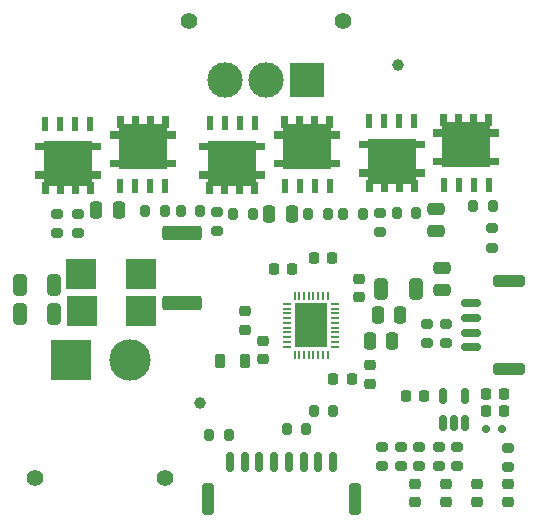
<source format=gbr>
%TF.GenerationSoftware,KiCad,Pcbnew,8.0.8+1*%
%TF.CreationDate,2025-02-02T01:37:15+00:00*%
%TF.ProjectId,TFESC02,54464553-4330-4322-9e6b-696361645f70,01A*%
%TF.SameCoordinates,Original*%
%TF.FileFunction,Soldermask,Top*%
%TF.FilePolarity,Negative*%
%FSLAX46Y46*%
G04 Gerber Fmt 4.6, Leading zero omitted, Abs format (unit mm)*
G04 Created by KiCad (PCBNEW 8.0.8+1) date 2025-02-02 01:37:15*
%MOMM*%
%LPD*%
G01*
G04 APERTURE LIST*
G04 Aperture macros list*
%AMRoundRect*
0 Rectangle with rounded corners*
0 $1 Rounding radius*
0 $2 $3 $4 $5 $6 $7 $8 $9 X,Y pos of 4 corners*
0 Add a 4 corners polygon primitive as box body*
4,1,4,$2,$3,$4,$5,$6,$7,$8,$9,$2,$3,0*
0 Add four circle primitives for the rounded corners*
1,1,$1+$1,$2,$3*
1,1,$1+$1,$4,$5*
1,1,$1+$1,$6,$7*
1,1,$1+$1,$8,$9*
0 Add four rect primitives between the rounded corners*
20,1,$1+$1,$2,$3,$4,$5,0*
20,1,$1+$1,$4,$5,$6,$7,0*
20,1,$1+$1,$6,$7,$8,$9,0*
20,1,$1+$1,$8,$9,$2,$3,0*%
%AMFreePoly0*
4,1,37,-1.390000,2.050000,0.435000,2.050000,0.435000,2.805000,1.035000,2.805000,1.035000,2.050000,1.215000,2.050000,1.215000,-2.050000,1.035000,-2.050000,1.035000,-2.805000,0.435000,-2.805000,0.435000,-2.050000,-1.390000,-2.050000,-1.390000,-2.805000,-1.990000,-2.805000,-1.990000,-2.050000,-2.285000,-2.050000,-2.285000,-2.210000,-3.305000,-2.210000,-3.305000,-1.600000,-2.595000,-1.600000,
-2.595000,-0.940000,-3.305000,-0.940000,-3.305000,-0.330000,-2.595000,-0.330000,-2.595000,0.330000,-3.305000,0.330000,-3.305000,0.940000,-2.595000,0.940000,-2.595000,1.600000,-3.305000,1.600000,-3.305000,2.210000,-2.285000,2.210000,-2.285000,2.050000,-1.990000,2.050000,-1.990000,2.805000,-1.390000,2.805000,-1.390000,2.050000,-1.390000,2.050000,$1*%
G04 Aperture macros list end*
%ADD10RoundRect,0.225000X0.250000X-0.225000X0.250000X0.225000X-0.250000X0.225000X-0.250000X-0.225000X0*%
%ADD11C,1.400000*%
%ADD12R,3.000000X3.000000*%
%ADD13C,3.000000*%
%ADD14RoundRect,0.225000X0.225000X0.250000X-0.225000X0.250000X-0.225000X-0.250000X0.225000X-0.250000X0*%
%ADD15RoundRect,0.200000X0.200000X0.275000X-0.200000X0.275000X-0.200000X-0.275000X0.200000X-0.275000X0*%
%ADD16R,0.610000X1.270000*%
%ADD17FreePoly0,90.000000*%
%ADD18RoundRect,0.150000X0.700000X-0.150000X0.700000X0.150000X-0.700000X0.150000X-0.700000X-0.150000X0*%
%ADD19RoundRect,0.250000X1.100000X-0.250000X1.100000X0.250000X-1.100000X0.250000X-1.100000X-0.250000X0*%
%ADD20RoundRect,0.200000X-0.275000X0.200000X-0.275000X-0.200000X0.275000X-0.200000X0.275000X0.200000X0*%
%ADD21RoundRect,0.200000X-0.200000X-0.275000X0.200000X-0.275000X0.200000X0.275000X-0.200000X0.275000X0*%
%ADD22R,2.550160X2.499360*%
%ADD23RoundRect,0.225000X-0.225000X-0.250000X0.225000X-0.250000X0.225000X0.250000X-0.225000X0.250000X0*%
%ADD24C,1.000000*%
%ADD25R,0.800000X0.200000*%
%ADD26R,0.200000X0.800000*%
%ADD27R,2.800000X3.800000*%
%ADD28RoundRect,0.218750X0.256250X-0.218750X0.256250X0.218750X-0.256250X0.218750X-0.256250X-0.218750X0*%
%ADD29RoundRect,0.250000X-0.475000X0.250000X-0.475000X-0.250000X0.475000X-0.250000X0.475000X0.250000X0*%
%ADD30RoundRect,0.200000X0.275000X-0.200000X0.275000X0.200000X-0.275000X0.200000X-0.275000X-0.200000X0*%
%ADD31RoundRect,0.250000X-1.425000X0.362500X-1.425000X-0.362500X1.425000X-0.362500X1.425000X0.362500X0*%
%ADD32R,3.500000X3.500000*%
%ADD33C,3.500000*%
%ADD34RoundRect,0.250000X0.325000X0.650000X-0.325000X0.650000X-0.325000X-0.650000X0.325000X-0.650000X0*%
%ADD35RoundRect,0.225000X-0.250000X0.225000X-0.250000X-0.225000X0.250000X-0.225000X0.250000X0.225000X0*%
%ADD36RoundRect,0.250000X-0.250000X-0.475000X0.250000X-0.475000X0.250000X0.475000X-0.250000X0.475000X0*%
%ADD37FreePoly0,270.000000*%
%ADD38RoundRect,0.150000X0.150000X-0.512500X0.150000X0.512500X-0.150000X0.512500X-0.150000X-0.512500X0*%
%ADD39RoundRect,0.250000X-0.325000X-0.650000X0.325000X-0.650000X0.325000X0.650000X-0.325000X0.650000X0*%
%ADD40RoundRect,0.150000X-0.150000X-0.700000X0.150000X-0.700000X0.150000X0.700000X-0.150000X0.700000X0*%
%ADD41RoundRect,0.250000X-0.250000X-1.100000X0.250000X-1.100000X0.250000X1.100000X-0.250000X1.100000X0*%
%ADD42RoundRect,0.150000X0.150000X0.200000X-0.150000X0.200000X-0.150000X-0.200000X0.150000X-0.200000X0*%
%ADD43RoundRect,0.250000X0.475000X-0.250000X0.475000X0.250000X-0.475000X0.250000X-0.475000X-0.250000X0*%
%ADD44RoundRect,0.218750X0.218750X0.381250X-0.218750X0.381250X-0.218750X-0.381250X0.218750X-0.381250X0*%
G04 APERTURE END LIST*
D10*
%TO.C,C10*%
X153400000Y-130500000D03*
X153400000Y-128950000D03*
%TD*%
D11*
%TO.C,J5*%
X139000000Y-107100000D03*
X152000000Y-107100000D03*
D12*
X149000000Y-112100000D03*
D13*
X145500000Y-112100000D03*
X142000000Y-112100000D03*
%TD*%
D14*
%TO.C,C11*%
X151075000Y-127200000D03*
X149525000Y-127200000D03*
%TD*%
D15*
%TO.C,R13*%
X153682200Y-123469400D03*
X152032200Y-123469400D03*
%TD*%
D16*
%TO.C,Q5*%
X128065000Y-115830000D03*
X129335000Y-115830000D03*
X130605000Y-115830000D03*
X126795000Y-115830000D03*
D17*
X128700000Y-118500000D03*
%TD*%
D18*
%TO.C,J1*%
X162850000Y-134775000D03*
X162850000Y-133525000D03*
X162850000Y-132275000D03*
X162850000Y-131025000D03*
D19*
X166050000Y-136625000D03*
X166050000Y-129175000D03*
%TD*%
D14*
%TO.C,C12*%
X147725000Y-128100000D03*
X146175000Y-128100000D03*
%TD*%
D20*
%TO.C,R5*%
X160100000Y-143175000D03*
X160100000Y-144825000D03*
%TD*%
D21*
%TO.C,R6*%
X147225000Y-141725000D03*
X148875000Y-141725000D03*
%TD*%
D22*
%TO.C,C20*%
X129875240Y-131725000D03*
X134924760Y-131725000D03*
%TD*%
D23*
%TO.C,C2*%
X164125000Y-140200000D03*
X165675000Y-140200000D03*
%TD*%
D10*
%TO.C,C13*%
X145275000Y-135775000D03*
X145275000Y-134225000D03*
%TD*%
D24*
%TO.C,FID4*%
X139900000Y-139500000D03*
%TD*%
D16*
%TO.C,Q1*%
X155490000Y-115630000D03*
X156760000Y-115630000D03*
X158030000Y-115630000D03*
X154220000Y-115630000D03*
D17*
X156125000Y-118300000D03*
%TD*%
D20*
%TO.C,R7*%
X155300000Y-143175000D03*
X155300000Y-144825000D03*
%TD*%
D25*
%TO.C,IC1*%
X151300000Y-134700000D03*
X151300000Y-134300000D03*
X151300000Y-133900000D03*
X151300000Y-133500000D03*
X151300000Y-133100000D03*
X151300000Y-132700000D03*
X151300000Y-132300000D03*
X151300000Y-131900000D03*
X151300000Y-131500000D03*
X151300000Y-131100000D03*
D26*
X150700000Y-130400000D03*
X150300000Y-130400000D03*
X149900000Y-130400000D03*
X149500000Y-130400000D03*
X149100000Y-130400000D03*
X148700000Y-130400000D03*
X148300000Y-130400000D03*
X147900000Y-130400000D03*
D25*
X147300000Y-131100000D03*
X147300000Y-131500000D03*
X147300000Y-131900000D03*
X147300000Y-132300000D03*
X147300000Y-132700000D03*
X147300000Y-133100000D03*
X147300000Y-133500000D03*
X147300000Y-133900000D03*
X147300000Y-134300000D03*
X147300000Y-134700000D03*
D26*
X147900000Y-135400000D03*
X148300000Y-135400000D03*
X148700000Y-135400000D03*
X149100000Y-135400000D03*
X149500000Y-135400000D03*
X149900000Y-135400000D03*
X150300000Y-135400000D03*
X150700000Y-135400000D03*
D27*
X149300000Y-132900000D03*
%TD*%
D15*
%TO.C,R12*%
X144350000Y-123500000D03*
X142700000Y-123500000D03*
%TD*%
D28*
%TO.C,D2*%
X163366666Y-147887500D03*
X163366666Y-146312500D03*
%TD*%
D29*
%TO.C,C16*%
X159893000Y-123027401D03*
X159893000Y-124927399D03*
%TD*%
D30*
%TO.C,R16*%
X159100000Y-134425000D03*
X159100000Y-132775000D03*
%TD*%
D31*
%TO.C,R_SENSE1*%
X138375000Y-125062500D03*
X138375000Y-130987500D03*
%TD*%
D21*
%TO.C,R8*%
X149525000Y-140150000D03*
X151175000Y-140150000D03*
%TD*%
D16*
%TO.C,Q3*%
X141990000Y-115780000D03*
X143260000Y-115780000D03*
X144530000Y-115780000D03*
X140720000Y-115780000D03*
D17*
X142625000Y-118450000D03*
%TD*%
D20*
%TO.C,R9*%
X158400000Y-143175000D03*
X158400000Y-144825000D03*
%TD*%
%TO.C,R3*%
X156900000Y-143175000D03*
X156900000Y-144825000D03*
%TD*%
D11*
%TO.C,J3*%
X136950000Y-145850000D03*
X125950000Y-145850000D03*
D32*
X128950000Y-135850000D03*
D33*
X133950000Y-135850000D03*
%TD*%
D34*
%TO.C,C6*%
X127575000Y-129525000D03*
X124625000Y-129525000D03*
%TD*%
D22*
%TO.C,C18*%
X129863170Y-128524000D03*
X134912690Y-128524000D03*
%TD*%
D20*
%TO.C,R22*%
X129575000Y-123475000D03*
X129575000Y-125125000D03*
%TD*%
D23*
%TO.C,C9*%
X151200000Y-137425000D03*
X152750000Y-137425000D03*
%TD*%
D20*
%TO.C,R19*%
X141300000Y-123300000D03*
X141300000Y-124950000D03*
%TD*%
D24*
%TO.C,FID3*%
X156700000Y-110825000D03*
%TD*%
D30*
%TO.C,R17*%
X160700000Y-134425000D03*
X160700000Y-132775000D03*
%TD*%
%TO.C,R14*%
X127775000Y-125100000D03*
X127775000Y-123450000D03*
%TD*%
D35*
%TO.C,C7*%
X154279600Y-136283400D03*
X154279600Y-137833400D03*
%TD*%
D36*
%TO.C,C14*%
X145750000Y-123500000D03*
X147650000Y-123500000D03*
%TD*%
D28*
%TO.C,D4*%
X160733333Y-147887500D03*
X160733333Y-146312500D03*
%TD*%
D23*
%TO.C,C1*%
X164125000Y-138700000D03*
X165675000Y-138700000D03*
%TD*%
D15*
%TO.C,R21*%
X164700000Y-122800000D03*
X163050000Y-122800000D03*
%TD*%
%TO.C,R18*%
X150710400Y-123469400D03*
X149060400Y-123469400D03*
%TD*%
%TO.C,R10*%
X158200000Y-123400000D03*
X156550000Y-123400000D03*
%TD*%
D36*
%TO.C,C3*%
X154294801Y-134239000D03*
X156194799Y-134239000D03*
%TD*%
D16*
%TO.C,Q2*%
X163085000Y-120995000D03*
X161815000Y-120995000D03*
X160545000Y-120995000D03*
X164355000Y-120995000D03*
D37*
X162450000Y-118325000D03*
%TD*%
D16*
%TO.C,Q4*%
X149610000Y-121120000D03*
X148340000Y-121120000D03*
X147070000Y-121120000D03*
X150880000Y-121120000D03*
D37*
X148975000Y-118450000D03*
%TD*%
D20*
%TO.C,R1*%
X166000000Y-143250000D03*
X166000000Y-144900000D03*
%TD*%
D38*
%TO.C,U1*%
X160450000Y-141162500D03*
X161400000Y-141162500D03*
X162350000Y-141162500D03*
X162350000Y-138887500D03*
X160450000Y-138887500D03*
%TD*%
D28*
%TO.C,D5*%
X158100000Y-147887500D03*
X158100000Y-146312500D03*
%TD*%
D36*
%TO.C,C15*%
X131104600Y-123113800D03*
X133004600Y-123113800D03*
%TD*%
D39*
%TO.C,C8*%
X155217600Y-129844800D03*
X158167600Y-129844800D03*
%TD*%
D35*
%TO.C,C17*%
X143725000Y-131725000D03*
X143725000Y-133275000D03*
%TD*%
D15*
%TO.C,R15*%
X139900000Y-123200000D03*
X138250000Y-123200000D03*
%TD*%
D20*
%TO.C,R2*%
X161700000Y-143175000D03*
X161700000Y-144825000D03*
%TD*%
D16*
%TO.C,Q6*%
X135685000Y-121145000D03*
X134415000Y-121145000D03*
X133145000Y-121145000D03*
X136955000Y-121145000D03*
D37*
X135050000Y-118475000D03*
%TD*%
D40*
%TO.C,J4*%
X142425000Y-144450000D03*
X143675000Y-144450000D03*
X144925000Y-144450000D03*
X146175000Y-144450000D03*
X147425000Y-144450000D03*
X148675000Y-144450000D03*
X149925000Y-144450000D03*
X151175000Y-144450000D03*
D41*
X140575000Y-147650000D03*
X153025000Y-147650000D03*
%TD*%
D42*
%TO.C,D3*%
X164100000Y-141700000D03*
X165500000Y-141700000D03*
%TD*%
D15*
%TO.C,R23*%
X136900000Y-123200000D03*
X135250000Y-123200000D03*
%TD*%
D28*
%TO.C,D1*%
X166000000Y-147887500D03*
X166000000Y-146312500D03*
%TD*%
D43*
%TO.C,C21*%
X160426400Y-129931200D03*
X160426400Y-128031200D03*
%TD*%
D30*
%TO.C,R11*%
X164650000Y-126350000D03*
X164650000Y-124700000D03*
%TD*%
D20*
%TO.C,R20*%
X155100000Y-123375000D03*
X155100000Y-125025000D03*
%TD*%
D15*
%TO.C,R4*%
X142350000Y-142150000D03*
X140700000Y-142150000D03*
%TD*%
D36*
%TO.C,C4*%
X154929801Y-132054600D03*
X156829799Y-132054600D03*
%TD*%
D44*
%TO.C,L1*%
X143687500Y-135925000D03*
X141562500Y-135925000D03*
%TD*%
D14*
%TO.C,C5*%
X158875000Y-138900000D03*
X157325000Y-138900000D03*
%TD*%
D34*
%TO.C,C19*%
X127575000Y-131925000D03*
X124625000Y-131925000D03*
%TD*%
M02*

</source>
